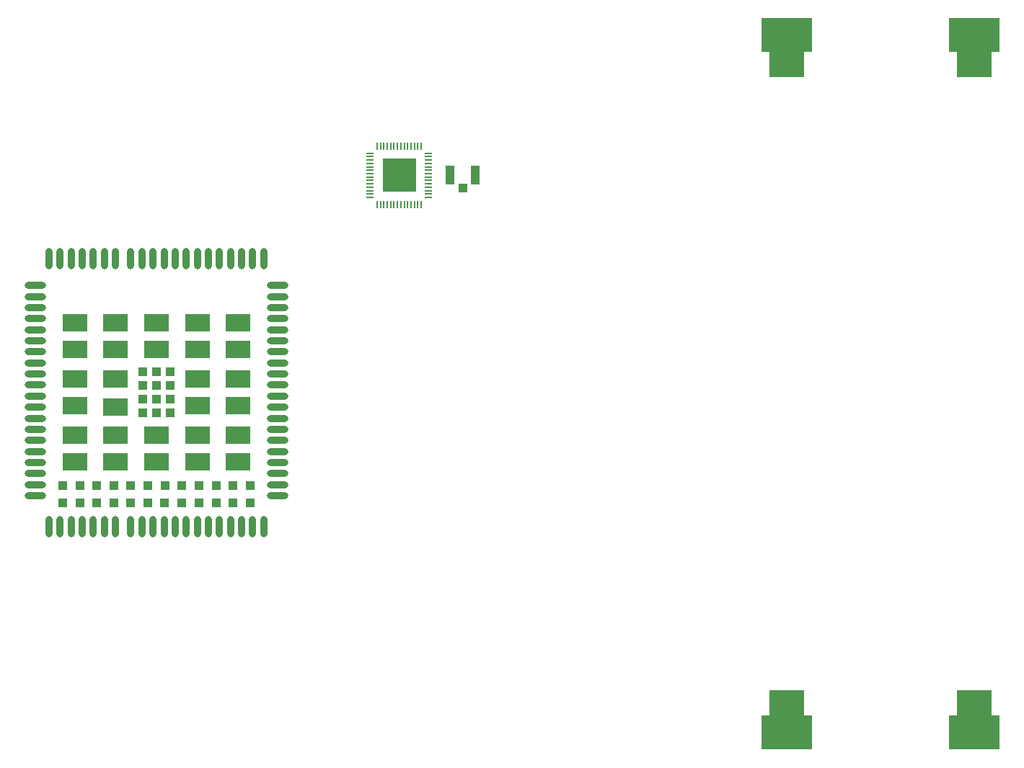
<source format=gtl>
G04*
G04 #@! TF.GenerationSoftware,Altium Limited,Altium Designer,24.5.2 (23)*
G04*
G04 Layer_Physical_Order=1*
G04 Layer_Color=255*
%FSLAX44Y44*%
%MOMM*%
G71*
G04*
G04 #@! TF.SameCoordinates,3DCBDF99-3535-49DB-9263-CEB5A80537B2*
G04*
G04*
G04 #@! TF.FilePolarity,Positive*
G04*
G01*
G75*
G04:AMPARAMS|DCode=14|XSize=2.5mm|YSize=0.8mm|CornerRadius=0.4mm|HoleSize=0mm|Usage=FLASHONLY|Rotation=90.000|XOffset=0mm|YOffset=0mm|HoleType=Round|Shape=RoundedRectangle|*
%AMROUNDEDRECTD14*
21,1,2.5000,0.0000,0,0,90.0*
21,1,1.7000,0.8000,0,0,90.0*
1,1,0.8000,0.0000,0.8500*
1,1,0.8000,0.0000,-0.8500*
1,1,0.8000,0.0000,-0.8500*
1,1,0.8000,0.0000,0.8500*
%
%ADD14ROUNDEDRECTD14*%
%ADD15R,1.1000X1.1000*%
G04:AMPARAMS|DCode=16|XSize=2.5mm|YSize=0.8mm|CornerRadius=0.4mm|HoleSize=0mm|Usage=FLASHONLY|Rotation=180.000|XOffset=0mm|YOffset=0mm|HoleType=Round|Shape=RoundedRectangle|*
%AMROUNDEDRECTD16*
21,1,2.5000,0.0000,0,0,180.0*
21,1,1.7000,0.8000,0,0,180.0*
1,1,0.8000,-0.8500,0.0000*
1,1,0.8000,0.8500,0.0000*
1,1,0.8000,0.8500,0.0000*
1,1,0.8000,-0.8500,0.0000*
%
%ADD16ROUNDEDRECTD16*%
%ADD17R,3.0000X2.0000*%
%ADD18R,0.2000X0.8500*%
%ADD19R,0.8500X0.2000*%
%ADD20R,4.0000X4.0000*%
%ADD21R,1.0500X2.2000*%
%ADD22R,1.0000X1.0500*%
%AMCUSTOMSHAPE32*
4,1,8,3.0000,-3.5000,-3.0000,-3.5000,-3.0000,0.5000,-2.0000,0.5000,-2.0000,3.5000,2.0000,3.5000,2.0000,0.5000,3.0000,0.5000,3.0000,-3.5000,0.0*%
%ADD32CUSTOMSHAPE32*%

%AMCUSTOMSHAPE33*
4,1,8,-3.0000,3.5000,3.0000,3.5000,3.0000,-0.5000,2.0000,-0.5000,2.0000,-3.5000,-2.0000,-3.5000,-2.0000,-0.5000,-3.0000,-0.5000,-3.0000,3.5000,0.0*%
%ADD33CUSTOMSHAPE33*%

D14*
X-505000Y147500D02*
D03*
X-492000D02*
D03*
Y-167500D02*
D03*
X-505000D02*
D03*
X-601000Y147500D02*
D03*
X-588000D02*
D03*
X-575000D02*
D03*
X-562000D02*
D03*
X-549000D02*
D03*
X-536000D02*
D03*
X-523000D02*
D03*
X-479000D02*
D03*
X-466000D02*
D03*
X-453000D02*
D03*
X-440000D02*
D03*
X-427000D02*
D03*
X-414000D02*
D03*
X-401000D02*
D03*
X-388000D02*
D03*
X-375000D02*
D03*
X-362000D02*
D03*
X-349000D02*
D03*
Y-167500D02*
D03*
X-362000D02*
D03*
X-375000D02*
D03*
X-388000D02*
D03*
X-401000D02*
D03*
X-414000D02*
D03*
X-427000D02*
D03*
X-440000D02*
D03*
X-453000D02*
D03*
X-466000D02*
D03*
X-479000D02*
D03*
X-523000D02*
D03*
X-536000D02*
D03*
X-549000D02*
D03*
X-562000D02*
D03*
X-575000D02*
D03*
X-588000D02*
D03*
X-601000D02*
D03*
D15*
X-365000Y-140000D02*
D03*
X-385000D02*
D03*
X-405000D02*
D03*
X-425000D02*
D03*
X-445000D02*
D03*
X-466000D02*
D03*
X-485000D02*
D03*
X-505000D02*
D03*
X-525000D02*
D03*
X-545000D02*
D03*
X-565000D02*
D03*
X-585000D02*
D03*
X-365000Y-120000D02*
D03*
X-385000D02*
D03*
X-405000D02*
D03*
X-425000D02*
D03*
X-445000D02*
D03*
X-465000D02*
D03*
X-485000D02*
D03*
X-505000D02*
D03*
X-525000D02*
D03*
X-545000D02*
D03*
X-565000D02*
D03*
X-585000D02*
D03*
X-459000Y-34000D02*
D03*
X-475000D02*
D03*
X-491000D02*
D03*
X-459000Y-18000D02*
D03*
X-475000D02*
D03*
X-491000D02*
D03*
X-459000Y-2000D02*
D03*
X-475000D02*
D03*
X-491000D02*
D03*
X-459000Y14000D02*
D03*
X-475000D02*
D03*
X-491000D02*
D03*
D16*
X-332500Y-131500D02*
D03*
Y-118500D02*
D03*
X-617500Y-131500D02*
D03*
Y-118500D02*
D03*
Y-105500D02*
D03*
Y-92500D02*
D03*
Y-79500D02*
D03*
Y-66500D02*
D03*
Y-53500D02*
D03*
Y-40500D02*
D03*
Y-27500D02*
D03*
Y-14500D02*
D03*
Y-1500D02*
D03*
Y11500D02*
D03*
Y24500D02*
D03*
Y37500D02*
D03*
Y50500D02*
D03*
Y63500D02*
D03*
Y76500D02*
D03*
Y89500D02*
D03*
Y102500D02*
D03*
Y115500D02*
D03*
X-332500D02*
D03*
Y102500D02*
D03*
Y89500D02*
D03*
Y76500D02*
D03*
Y63500D02*
D03*
Y50500D02*
D03*
Y37500D02*
D03*
Y24500D02*
D03*
Y11500D02*
D03*
Y-1500D02*
D03*
Y-14500D02*
D03*
Y-27500D02*
D03*
Y-40500D02*
D03*
Y-53500D02*
D03*
Y-66500D02*
D03*
Y-79500D02*
D03*
Y-92500D02*
D03*
Y-105500D02*
D03*
D17*
X-379000Y-92000D02*
D03*
X-427000D02*
D03*
X-475000D02*
D03*
X-523000D02*
D03*
X-571000D02*
D03*
X-379000Y-60000D02*
D03*
X-427000D02*
D03*
X-475000D02*
D03*
X-523000D02*
D03*
X-571000D02*
D03*
X-379000Y-26000D02*
D03*
X-427000D02*
D03*
X-523000Y-27500D02*
D03*
X-571000Y-26000D02*
D03*
X-379000Y6000D02*
D03*
X-427000D02*
D03*
X-523000D02*
D03*
X-571000D02*
D03*
X-379000Y40000D02*
D03*
X-427000D02*
D03*
X-475000D02*
D03*
X-523000D02*
D03*
X-571000D02*
D03*
X-379000Y72000D02*
D03*
X-427000D02*
D03*
X-475000D02*
D03*
X-523000D02*
D03*
X-571000D02*
D03*
D18*
X-216000Y210750D02*
D03*
X-212000D02*
D03*
X-208000D02*
D03*
X-204000D02*
D03*
X-200000D02*
D03*
X-196000D02*
D03*
X-192000D02*
D03*
X-188000D02*
D03*
X-184000D02*
D03*
X-192000Y279250D02*
D03*
X-216000D02*
D03*
X-212000D02*
D03*
X-208000D02*
D03*
X-204000D02*
D03*
X-200000D02*
D03*
X-196000D02*
D03*
X-188000D02*
D03*
X-180000Y210750D02*
D03*
X-176000D02*
D03*
X-172000D02*
D03*
X-168000D02*
D03*
X-164000D02*
D03*
X-184000Y279250D02*
D03*
X-180000D02*
D03*
X-176000D02*
D03*
X-172000D02*
D03*
X-168000D02*
D03*
X-164000D02*
D03*
D19*
X-224250Y219000D02*
D03*
Y223000D02*
D03*
Y227000D02*
D03*
Y231000D02*
D03*
Y235000D02*
D03*
Y239000D02*
D03*
Y243000D02*
D03*
Y247000D02*
D03*
Y251000D02*
D03*
Y255000D02*
D03*
Y259000D02*
D03*
Y263000D02*
D03*
Y267000D02*
D03*
Y271000D02*
D03*
X-155750Y219000D02*
D03*
Y223000D02*
D03*
Y227000D02*
D03*
Y231000D02*
D03*
Y235000D02*
D03*
Y239000D02*
D03*
Y243000D02*
D03*
Y247000D02*
D03*
Y251000D02*
D03*
Y255000D02*
D03*
Y259000D02*
D03*
Y263000D02*
D03*
Y267000D02*
D03*
Y271000D02*
D03*
D20*
X-190000Y245000D02*
D03*
D21*
X-100500D02*
D03*
X-130000D02*
D03*
D22*
X-115250Y229750D02*
D03*
D32*
X265000Y-395000D02*
D03*
D03*
X485000Y-395000D02*
D03*
D33*
X265000Y395000D02*
D03*
D03*
X485000Y395000D02*
D03*
M02*

</source>
